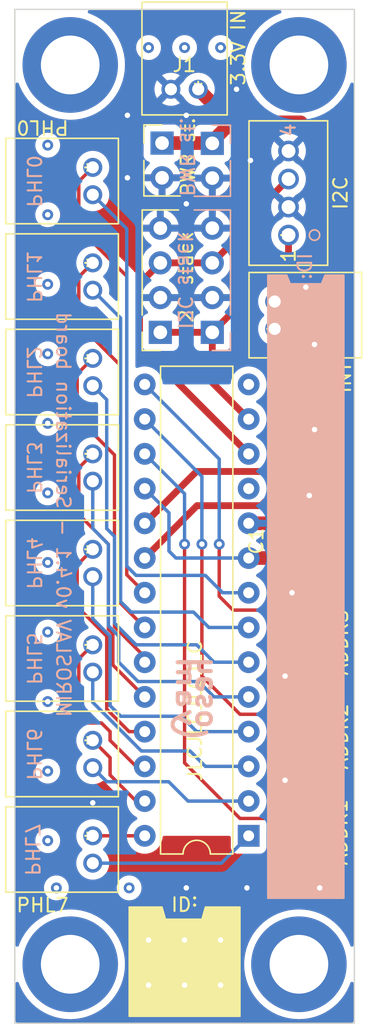
<source format=kicad_pcb>
(kicad_pcb (version 20240108) (generator "pcbnew") (generator_version "8.0")
  (layers (0 "F.Cu" signal) (31 "B.Cu" signal) (34 "B.Paste" user) (35 "F.Paste" user) (36 "B.SilkS" user "B.Silkscreen") (37 "F.SilkS" user "F.Silkscreen") (38 "B.Mask" user) (39 "F.Mask" user) (44 "Edge.Cuts" user))
  (net 0 "")
  (net 1 "GND")
  (net 2 "+3V3")
  (net 3 "/SDA")
  (net 4 "/SCL")
  (net 5 "Net-(J3-Pad1)")
  (net 6 "Net-(J3-Pad2)")
  (net 7 "Net-(U1-Pad14)")
  (net 8 "Net-(U1-Pad11)")
  (net 9 "/A2")
  (net 10 "/A1")
  (net 11 "/A0")
  (net 12 "/PH0")
  (net 13 "/PL0")
  (net 14 "/PH1")
  (net 15 "/PL1")
  (net 16 "/PH2")
  (net 17 "/PL2")
  (net 18 "/PH3")
  (net 19 "/PL3")
  (net 20 "/PH4")
  (net 21 "/PL4")
  (net 22 "/PH5")
  (net 23 "/PL5")
  (net 24 "/PH6")
  (net 25 "/PL6")
  (net 26 "/PH7")
  (net 27 "/PL7")
  (net 28 "Net-(H1-Pad1)")
  (net 29 "Net-(H2-Pad1)")
  (net 30 "Net-(H3-Pad1)")
  (net 31 "Net-(H4-Pad1)")
  (footprint "Capacitor_SMD:C_1206_3216Metric_Pad1.33x1.80mm_HandSolder" (layer "F.Cu") (at 79.248 60.7445 90)
    (property "Reference" "C1" (at 0 -1.85 90) (layer "F.SilkS"))
    (property "Value" "U1 Decoupling")
    (fp_line (start -0.711252 -0.91) (end 0.711252 -0.91) (stroke (width 0.12)) (layer "F.SilkS"))
    (fp_line (start -0.711252 0.91) (end 0.711252 0.91) (stroke (width 0.12)) (layer "F.SilkS"))
    (pad "1" smd roundrect (at -1.5625 0 90) (size 1.325 1.8) (layers "F.Cu" "F.Paste" "F.Mask") (roundrect_rratio 0.1886784906) (net 2 "+3V3"))
    (pad "2" smd roundrect (at 1.5625 0 90) (size 1.325 1.8) (layers "F.Cu" "F.Paste" "F.Mask") (roundrect_rratio 0.1886784906) (net 1 "GND"))
  )
  (footprint "miro-v04:TE_HDI_2_horiz" (layer "F.Cu") (at 73.136 27.686 180)
    (property "Reference" "J1" (at 1.016 1.778 0) (layer "F.SilkS"))
    (property "Value" "3.3V IN" (at -2.937 3.048 90) (layer "F.SilkS"))
    (fp_line (start 4.1242 6.377) (end 4.1242 -1.878) (stroke (width 0.12)) (layer "F.SilkS"))
    (fp_line (start 4.1242 -1.878) (end -2.1242 -1.878) (stroke (width 0.12)) (layer "F.SilkS"))
    (fp_line (start -2.1242 6.377) (end 4.1242 6.377) (stroke (width 0.12)) (layer "F.SilkS"))
    (fp_line (start -2.1242 -1.878) (end -2.1242 6.377) (stroke (width 0.12)) (layer "F.SilkS"))
    (fp_text user "*" (at 0 0 0) (layer "F.SilkS"))
    (pad "1" thru_hole circle (at -0.000001 0 180) (size 1.397 1.397) (drill 0.889) (layers "*.Cu" "*.Mask") (net 2 "+3V3"))
    (pad "2" thru_hole circle (at 2.000001 0 180) (size 1.397 1.397) (drill 0.889) (layers "*.Cu" "*.Mask") (net 1 "GND"))
  )
  (footprint "Connector_PinHeader_2.54mm:PinHeader_1x04_P2.54mm_Vertical" (layer "F.Cu") (at 70.358 45.466 180)
    (property "Reference" "J7" (hide yes))
    (property "Value" "I2C stack")
    (fp_line (start 1.33 1.27) (end 1.33 8.95) (stroke (width 0.12)) (layer "F.SilkS"))
    (fp_line (start 1.33 0) (end 1.33 -1.33) (stroke (width 0.12)) (layer "F.SilkS"))
    (fp_line (start 0 -1.33) (end 1.33 -1.33) (stroke (width 0.12)) (layer "F.SilkS"))
    (fp_line (start -1.33 8.95) (end 1.33 8.95) (stroke (width 0.12)) (layer "F.SilkS"))
    (pad "1" thru_hole rect (at 0 0 180) (size 1.7 1.7) (drill 1) (layers "*.Cu" "*.Mask") (net 3 "/SDA"))
    (pad "2" thru_hole oval (at 0 2.54 180) (size 1.7 1.7) (drill 1) (layers "*.Cu" "*.Mask") (net 1 "GND"))
    (pad "3" thru_hole oval (at 0 5.08 180) (size 1.7 1.7) (drill 1) (layers "*.Cu" "*.Mask") (net 4 "/SCL"))
    (pad "4" thru_hole oval (at 0 7.62 180) (size 1.7 1.7) (drill 1) (layers "*.Cu" "*.Mask") (net 1 "GND"))
  )
  (footprint "miro-v04:TE_HDI_2_horiz" (layer "F.Cu") (at 65.405 33.401 -90)
    (property "Reference" "PHL0" (at -2.921 3.683 180) (layer "F.SilkS"))
    (property "Value" "PIR_IN" (hide yes))
    (fp_line (start -2.1242 6.377) (end 4.1242 6.377) (stroke (width 0.12)) (layer "F.SilkS"))
    (fp_line (start 4.1242 6.377) (end 4.1242 -1.878) (stroke (width 0.12)) (layer "F.SilkS"))
    (fp_line (start -2.1242 -1.878) (end -2.1242 6.377) (stroke (width 0.12)) (layer "F.SilkS"))
    (fp_line (start 4.1242 -1.878) (end -2.1242 -1.878) (stroke (width 0.12)) (layer "F.SilkS"))
    (fp_text user "${REFERENCE}" (at 1.016 4.318 -90) (layer "B.SilkS") (effects (justify mirror)))
    (fp_text user "*" (at 0 0 -90) (layer "F.SilkS"))
    (pad "1" thru_hole circle (at -0.000001 0 270) (size 1.397 1.397) (drill 0.889) (layers "*.Cu" "*.Mask") (net 12 "/PH0"))
    (pad "2" thru_hole circle (at 2.000001 0 270) (size 1.397 1.397) (drill 0.889) (layers "*.Cu" "*.Mask") (net 13 "/PL0"))
  )
  (footprint "miro-v04:TE_HDI_2_horiz" (layer "F.Cu") (at 65.405 40.386001 -90)
    (property "Reference" "PHL1" (at 1.016 4.318 -90) (layer "B.SilkS") (effects (justify mirror)))
    (property "Value" "PIR_IN" (hide yes))
    (fp_line (start -2.1242 6.377) (end 4.1242 6.377) (stroke (width 0.12)) (layer "F.SilkS"))
    (fp_line (start 4.1242 6.377) (end 4.1242 -1.878) (stroke (width 0.12)) (layer "F.SilkS"))
    (fp_line (start -2.1242 -1.878) (end -2.1242 6.377) (stroke (width 0.12)) (layer "F.SilkS"))
    (fp_line (start 4.1242 -1.878) (end -2.1242 -1.878) (stroke (width 0.12)) (layer "F.SilkS"))
    (fp_text user "*" (at 0 0 90) (layer "F.SilkS"))
    (pad "1" thru_hole circle (at -0.000001 0 270) (size 1.397 1.397) (drill 0.889) (layers "*.Cu" "*.Mask") (net 14 "/PH1"))
    (pad "2" thru_hole circle (at 2.000001 0 270) (size 1.397 1.397) (drill 0.889) (layers "*.Cu" "*.Mask") (net 15 "/PL1"))
  )
  (footprint "miro-v04:TE_HDI_2_horiz" (layer "F.Cu") (at 65.405 47.371 -90)
    (property "Reference" "PHL2" (at 1.016 4.318 -90) (layer "B.SilkS") (effects (justify mirror)))
    (property "Value" "PIR_IN" (hide yes))
    (fp_line (start -2.1242 6.377) (end 4.1242 6.377) (stroke (width 0.12)) (layer "F.SilkS"))
    (fp_line (start 4.1242 6.377) (end 4.1242 -1.878) (stroke (width 0.12)) (layer "F.SilkS"))
    (fp_line (start -2.1242 -1.878) (end -2.1242 6.377) (stroke (width 0.12)) (layer "F.SilkS"))
    (fp_line (start 4.1242 -1.878) (end -2.1242 -1.878) (stroke (width 0.12)) (layer "F.SilkS"))
    (fp_text user "*" (at 0 0 90) (layer "F.SilkS"))
    (pad "1" thru_hole circle (at -0.000001 0 270) (size 1.397 1.397) (drill 0.889) (layers "*.Cu" "*.Mask") (net 16 "/PH2"))
    (pad "2" thru_hole circle (at 2.000001 0 270) (size 1.397 1.397) (drill 0.889) (layers "*.Cu" "*.Mask") (net 17 "/PL2"))
  )
  (footprint "miro-v04:TE_HDI_2_horiz" (layer "F.Cu") (at 65.405 54.356 -90)
    (property "Reference" "PHL3" (at 1.016 4.318 -90) (layer "B.SilkS") (effects (justify mirror)))
    (property "Value" "PIR_IN" (hide yes))
    (fp_line (start -2.1242 6.377) (end 4.1242 6.377) (stroke (width 0.12)) (layer "F.SilkS"))
    (fp_line (start 4.1242 6.377) (end 4.1242 -1.878) (stroke (width 0.12)) (layer "F.SilkS"))
    (fp_line (start -2.1242 -1.878) (end -2.1242 6.377) (stroke (width 0.12)) (layer "F.SilkS"))
    (fp_line (start 4.1242 -1.878) (end -2.1242 -1.878) (stroke (width 0.12)) (layer "F.SilkS"))
    (fp_text user "*" (at 0 0 90) (layer "F.SilkS"))
    (pad "1" thru_hole circle (at -0.000001 0 270) (size 1.397 1.397) (drill 0.889) (layers "*.Cu" "*.Mask") (net 18 "/PH3"))
    (pad "2" thru_hole circle (at 2.000001 0 270) (size 1.397 1.397) (drill 0.889) (layers "*.Cu" "*.Mask") (net 19 "/PL3"))
  )
  (footprint "miro-v04:TE_HDI_2_horiz" (layer "F.Cu") (at 65.405 61.341 -90)
    (property "Reference" "PHL4" (at 1.016 4.318 -90) (layer "B.SilkS") (effects (justify mirror)))
    (property "Value" "PIR_IN" (hide yes))
    (fp_line (start -2.1242 6.377) (end 4.1242 6.377) (stroke (width 0.12)) (layer "F.SilkS"))
    (fp_line (start 4.1242 6.377) (end 4.1242 -1.878) (stroke (width 0.12)) (layer "F.SilkS"))
    (fp_line (start -2.1242 -1.878) (end -2.1242 6.377) (stroke (width 0.12)) (layer "F.SilkS"))
    (fp_line (start 4.1242 -1.878) (end -2.1242 -1.878) (stroke (width 0.12)) (layer "F.SilkS"))
    (fp_text user "*" (at 0 0 90) (layer "F.SilkS"))
    (pad "1" thru_hole circle (at -0.000001 0 270) (size 1.397 1.397) (drill 0.889) (layers "*.Cu" "*.Mask") (net 20 "/PH4"))
    (pad "2" thru_hole circle (at 2.000001 0 270) (size 1.397 1.397) (drill 0.889) (layers "*.Cu" "*.Mask") (net 21 "/PL4"))
  )
  (footprint "miro-v04:TE_HDI_2_horiz" (layer "F.Cu") (at 65.405 68.326 -90)
    (property "Reference" "PHL5" (at 1.016 4.318 -90) (layer "B.SilkS") (effects (justify mirror)))
    (property "Value" "PIR_IN" (hide yes))
    (fp_line (start -2.1242 6.377) (end 4.1242 6.377) (stroke (width 0.12)) (layer "F.SilkS"))
    (fp_line (start 4.1242 6.377) (end 4.1242 -1.878) (stroke (width 0.12)) (layer "F.SilkS"))
    (fp_line (start -2.1242 -1.878) (end -2.1242 6.377) (stroke (width 0.12)) (layer "F.SilkS"))
    (fp_line (start 4.1242 -1.878) (end -2.1242 -1.878) (stroke (width 0.12)) (layer "F.SilkS"))
    (fp_text user "*" (at 0 0 90) (layer "F.SilkS"))
    (pad "1" thru_hole circle (at -0.000001 0 270) (size 1.397 1.397) (drill 0.889) (layers "*.Cu" "*.Mask") (net 22 "/PH5"))
    (pad "2" thru_hole circle (at 2.000001 0 270) (size 1.397 1.397) (drill 0.889) (layers "*.Cu" "*.Mask") (net 23 "/PL5"))
  )
  (footprint "miro-v04:TE_HDI_2_horiz" (layer "F.Cu") (at 65.405 75.311 -90)
    (property "Reference" "PHL6" (at 1.016 4.318 -90) (layer "B.SilkS") (effects (justify mirror)))
    (property "Value" "PIR_IN" (hide yes))
    (fp_line (start -2.1242 6.377) (end 4.1242 6.377) (stroke (width 0.12)) (layer "F.SilkS"))
    (fp_line (start 4.1242 6.377) (end 4.1242 -1.878) (stroke (width 0.12)) (layer "F.SilkS"))
    (fp_line (start -2.1242 -1.878) (end -2.1242 6.377) (stroke (width 0.12)) (layer "F.SilkS"))
    (fp_line (start 4.1242 -1.878) (end -2.1242 -1.878) (stroke (width 0.12)) (layer "F.SilkS"))
    (fp_text user "*" (at 0 0 90) (layer "F.SilkS"))
    (pad "1" thru_hole circle (at -0.000001 0 270) (size 1.397 1.397) (drill 0.889) (layers "*.Cu" "*.Mask") (net 24 "/PH6"))
    (pad "2" thru_hole circle (at 2.000001 0 270) (size 1.397 1.397) (drill 0.889) (layers "*.Cu" "*.Mask") (net 25 "/PL6"))
  )
  (footprint "miro-v04:TE_HDI_2_horiz" (layer "F.Cu") (at 65.405 82.296 -90)
    (property "Reference" "PHL7" (at 5.08 3.683 180) (layer "F.SilkS"))
    (property "Value" "PIR_IN" (hide yes))
    (fp_line (start -2.1242 6.377) (end 4.1242 6.377) (stroke (width 0.12)) (layer "F.SilkS"))
    (fp_line (start 4.1242 6.377) (end 4.1242 -1.878) (stroke (width 0.12)) (layer "F.SilkS"))
    (fp_line (start -2.1242 -1.878) (end -2.1242 6.377) (stroke (width 0.12)) (layer "F.SilkS"))
    (fp_line (start 4.1242 -1.878) (end -2.1242 -1.878) (stroke (width 0.12)) (layer "F.SilkS"))
    (fp_text user "${REFERENCE}" (at 1.016 4.445 -90) (layer "B.SilkS") (effects (justify mirror)))
    (fp_text user "*" (at 0 0 -90) (layer "F.SilkS"))
    (pad "1" thru_hole circle (at -0.000001 0 270) (size 1.397 1.397) (drill 0.889) (layers "*.Cu" "*.Mask") (net 26 "/PH7"))
    (pad "2" thru_hole circle (at 2.000001 0 270) (size 1.397 1.397) (drill 0.889) (layers "*.Cu" "*.Mask") (net 27 "/PL7"))
  )
  (footprint "Package_DIP:DIP-28_W7.62mm" (layer "F.Cu") (at 76.835 82.296 180)
    (property "Reference" "U1" (hide yes))
    (property "Value" "MCP_X")
    (fp_line (start 6.46 34.35) (end 6.46 -1.33) (stroke (width 0.12)) (layer "F.SilkS"))
    (fp_line (start 6.46 -1.33) (end 4.81 -1.33) (stroke (width 0.12)) (layer "F.SilkS"))
    (fp_line (start 2.81 -1.33) (end 1.16 -1.33) (stroke (width 0.12)) (layer "F.SilkS"))
    (fp_line (start 1.16 34.35) (end 6.46 34.35) (stroke (width 0.12)) (layer "F.SilkS"))
    (fp_line (start 1.16 -1.33) (end 1.16 34.35) (stroke (width 0.12)) (layer "F.SilkS"))
    (fp_arc (start 4.81 -1.33) (mid 3.81 -0.33) (end 2.81 -1.33) (stroke (width 0.12)) (layer "F.SilkS"))
    (pad "1" thru_hole rect (at 0 0 180) (size 1.6 1.6) (drill 0.8) (layers "*.Cu" "*.Mask") (net 27 "/PL7"))
    (pad "2" thru_hole oval (at 0 2.54 180) (size 1.6 1.6) (drill 0.8) (layers "*.Cu" "*.Mask") (net 25 "/PL6"))
    (pad "3" thru_hole oval (at 0 5.08 180) (size 1.6 1.6) (drill 0.8) (layers "*.Cu" "*.Mask") (net 23 "/PL5"))
    (pad "4" thru_hole oval (at 0 7.62 180) (size 1.6 1.6) (drill 0.8) (layers "*.Cu" "*.Mask") (net 21 "/PL4"))
    (pad "5" thru_hole oval (at 0 10.16 180) (size 1.6 1.6) (drill 0.8) (layers "*.Cu" "*.Mask") (net 19 "/PL3"))
    (pad "6" thru_hole oval (at 0 12.7 180) (size 1.6 1.6) (drill 0.8) (layers "*.Cu" "*.Mask") (net 17 "/PL2"))
    (pad "7" thru_hole oval (at 0 15.24 180) (size 1.6 1.6) (drill 0.8) (layers "*.Cu" "*.Mask") (net 15 "/PL1"))
    (pad "8" thru_hole oval (at 0 17.78 180) (size 1.6 1.6) (drill 0.8) (layers "*.Cu" "*.Mask") (net 13 "/PL0"))
    (pad "9" thru_hole oval (at 0 20.32 180) (size 1.6 1.6) (drill 0.8) (layers "*.Cu" "*.Mask") (net 2 "+3V3"))
    (pad "10" thru_hole oval (at 0 22.86 180) (size 1.6 1.6) (drill 0.8) (layers "*.Cu" "*.Mask") (net 1 "GND"))
    (pad "11" thru_hole oval (at 0 25.4 180) (size 1.6 1.6) (drill 0.8) (layers "*.Cu" "*.Mask") (net 8 "Net-(U1-Pad11)"))
    (pad "12" thru_hole oval (at 0 27.94 180) (size 1.6 1.6) (drill 0.8) (layers "*.Cu" "*.Mask") (net 4 "/SCL"))
    (pad "13" thru_hole oval (at 0 30.48 180) (size 1.6 1.6) (drill 0.8) (layers "*.Cu" "*.Mask") (net 3 "/SDA"))
    (pad "14" thru_hole oval (at 0 33.02 180) (size 1.6 1.6) (drill 0.8) (layers "*.Cu" "*.Mask") (net 7 "Net-(U1-Pad14)"))
    (pad "15" thru_hole oval (at 7.62 33.02 180) (size 1.6 1.6) (drill 0.8) (layers "*.Cu" "*.Mask") (net 11 "/A0"))
    (pad "16" thru_hole oval (at 7.62 30.48 180) (size 1.6 1.6) (drill 0.8) (layers "*.Cu" "*.Mask") (net 10 "/A1"))
    (pad "17" thru_hole oval (at 7.62 27.94 180) (size 1.6 1.6) (drill 0.8) (layers "*.Cu" "*.Mask") (net 9 "/A2"))
    (pad "18" thru_hole oval (at 7.62 25.4 180) (size 1.6 1.6) (drill 0.8) (layers "*.Cu" "*.Mask") (net 2 "+3V3"))
    (pad "19" thru_hole oval (at 7.62 22.86 180) (size 1.6 1.6) (drill 0.8) (layers "*.Cu" "*.Mask") (net 5 "Net-(J3-Pad1)"))
    (pad "20" thru_hole oval (at 7.62 20.32 180) (size 1.6 1.6) (drill 0.8) (layers "*.Cu" "*.Mask") (net 6 "Net-(J3-Pad2)"))
    (pad "21" thru_hole oval (at 7.62 17.78 180) (size 1.6 1.6) (drill 0.8) (layers "*.Cu" "*.Mask") (net 12 "/PH0"))
    (pad "22" thru_hole oval (at 7.62 15.24 180) (size 1.6 1.6) (drill 0.8) (layers "*.Cu" "*.Mask") (net 14 "/PH1"))
    (pad "23" thru_hole oval (at 7.62 12.7 180) (size 1.6 1.6) (drill 0.8) (layers "*.Cu" "*.Mask") (net 16 "/PH2"))
    (pad "24" thru_hole oval (at 7.62 10.16 180) (size 1.6 1.6) (drill 0.8) (layers "*.Cu" "*.Mask") (net 18 "/PH3"))
    (pad "25" thru_hole oval (at 7.62 7.62 180) (size 1.6 1.6) (drill 0.8) (layers "*.Cu" "*.Mask") (net 20 "/PH4"))
    (pad "26" thru_hole oval (at 7.62 5.08 180) (size 1.6 1.6) (drill 0.8) (layers "*.Cu" "*.Mask") (net 22 "/PH5"))
    (pad "27" thru_hole oval (at 7.62 2.54 180) (size 1.6 1.6) (drill 0.8) (layers "*.Cu" "*.Mask") (net 24 "/PH6"))
    (pad "28" thru_hole oval (at 7.62 0 180) (size 1.6 1.6) (drill 0.8) (layers "*.Cu" "*.Mask") (net 26 "/PH7"))
  )
  (footprint "miro-v04:TE_HDI_2_horiz" (layer "F.Cu") (at 78.74 45.211999 90)
    (property "Reference" "J3" (hide yes))
    (property "Value" "INT" (at -3.556001 5.08 90) (layer "F.SilkS"))
    (fp_line (start 4.1242 -1.878) (end -2.1242 -1.878) (stroke (width 0.12)) (layer "F.SilkS"))
    (fp_line (start -2.1242 -1.878) (end -2.1242 6.377) (stroke (width 0.12)) (layer "F.SilkS"))
    (fp_line (start 4.1242 6.377) (end 4.1242 -1.878) (stroke (width 0.12)) (layer "F.SilkS"))
    (fp_line (start -2.1242 6.377) (end 4.1242 6.377) (stroke (width 0.12)) (layer "F.SilkS"))
    (fp_text user "*" (at 0 0 90) (layer "F.SilkS"))
    (pad "1" thru_hole circle (at -0.000001 0 90) (size 1.397 1.397) (drill 0.889) (layers "*.Cu" "*.Mask") (net 5 "Net-(J3-Pad1)"))
    (pad "2" thru_hole circle (at 2.000001 0 90) (size 1.397 1.397) (drill 0.889) (layers "*.Cu" "*.Mask") (net 6 "Net-(J3-Pad2)"))
  )
  (footprint "miro-v04:TE_HDI_4_vert" (layer "F.Cu") (at 79.756 38.354 90)
    (property "Reference" "J2" (hide yes))
    (property "Value" "I2C" (at 3.075 3.81 90) (layer "F.SilkS"))
    (fp_circle (center 0 1.905) (end 0.381 1.905) (stroke (width 0.12)) (fill none) (layer "B.SilkS"))
    (fp_line (start 8.3582 -2.8956) (end -2.2082 -2.8956) (stroke (width 0.12)) (layer "F.SilkS"))
    (fp_line (start -2.2082 -2.8956) (end -2.2082 2.8702) (stroke (width 0.12)) (layer "F.SilkS"))
    (fp_line (start 8.3582 2.8702) (end 8.3582 -2.8956) (stroke (width 0.12)) (layer "F.SilkS"))
    (fp_line (start -2.2082 2.8702) (end 8.3582 2.8702) (stroke (width 0.12)) (layer "F.SilkS"))
    (fp_circle (center 0 1.905) (end 0.381 1.905) (stroke (width 0.12)) (fill none) (layer "F.SilkS"))
    (fp_text user "4" (at 7.673999 0 90) (layer "B.SilkS"))
    (fp_text user "4" (at 7.673999 0 90) (layer "B.SilkS"))
    (fp_text user "1" (at -1.524 0 90) (layer "F.SilkS"))
    (fp_text user "1" (at -1.524 0 90) (layer "F.SilkS"))
    (fp_text user "4" (at 7.673999 0 90) (layer "F.SilkS"))
    (fp_text user "4" (at 7.673999 0 90) (layer "F.SilkS"))
    (fp_text user "*" (at 0 0 90) (layer "F.SilkS"))
    (pad "1" thru_hole circle (at 0 0 90) (size 1.524 1.524) (drill 1.016) (layers "*.Cu" "*.Mask") (net 3 "/SDA"))
    (pad "2" thru_hole circle (at 2.050001 0 90) (size 1.524 1.524) (drill 1.016) (layers "*.Cu" "*.Mask") (net 1 "GND"))
    (pad "3" thru_hole circle (at 4.099999 0 90) (size 1.524 1.524) (drill 1.016) (layers "*.Cu" "*.Mask") (net 4 "/SCL"))
    (pad "4" thru_hole circle (at 6.15 0 90) (size 1.524 1.524) (drill 1.016) (layers "*.Cu" "*.Mask") (net 1 "GND"))
  )
  (footprint "MountingHole:MountingHole_4.3mm_M4_ISO14580_Pad" (layer "F.Cu") (at 63.754 25.908)
    (property "Reference" "H1" (hide yes))
    (property "Value" "MountingHole")
    (pad "1" thru_hole circle (at 0 0) (size 7 7) (drill 4.3) (layers "*.Cu" "*.Mask") (net 28 "Net-(H1-Pad1)"))
  )
  (footprint "MountingHole:MountingHole_4.3mm_M4_ISO14580_Pad" (layer "F.Cu") (at 63.754 91.694 180)
    (property "Reference" "H2" (hide yes))
    (property "Value" "MountingHole")
    (pad "1" thru_hole circle (at 0 0 180) (size 7 7) (drill 4.3) (layers "*.Cu" "*.Mask") (net 29 "Net-(H2-Pad1)"))
  )
  (footprint "MountingHole:MountingHole_4.3mm_M4_ISO14580_Pad" (layer "F.Cu") (at 80.518 91.694 180)
    (property "Reference" "H3" (hide yes))
    (property "Value" "MountingHole")
    (pad "1" thru_hole circle (at 0 0 180) (size 7 7) (drill 4.3) (layers "*.Cu" "*.Mask") (net 30 "Net-(H3-Pad1)"))
  )
  (footprint "MountingHole:MountingHole_4.3mm_M4_ISO14580_Pad" (layer "F.Cu") (at 80.518 25.908)
    (property "Reference" "H4" (hide yes))
    (property "Value" "MountingHole")
    (pad "1" thru_hole circle (at 0 0) (size 7 7) (drill 4.3) (layers "*.Cu" "*.Mask") (net 31 "Net-(H4-Pad1)"))
  )
  (footprint "Jumper:SolderJumper-3_P1.3mm_Open_Pad1.0x1.5mm_NumberLabels" (layer "F.Cu") (at 81.534 82.042 90)
    (property "Reference" "ADDR1" (at 0 2.032 90) (layer "F.SilkS"))
    (property "Value" "ADDR")
    (fp_line (start 2.05 -1) (end 2.05 1) (stroke (width 0.12)) (layer "F.SilkS"))
    (fp_line (start -2.05 -1) (end 2.05 -1) (stroke (width 0.12)) (layer "F.SilkS"))
    (fp_line (start 2.05 1) (end -2.05 1) (stroke (width 0.12)) (layer "F.SilkS"))
    (fp_line (start -2.05 1) (end -2.05 -1) (stroke (width 0.12)) (layer "F.SilkS"))
    (fp_text user "0" (at 2.6 0 90) (layer "F.SilkS"))
    (fp_text user "1" (at -2.6 0 90) (layer "F.SilkS"))
    (pad "1" smd rect (at -1.3 0 90) (size 1 1.5) (layers "F.Cu" "F.Mask") (net 2 "+3V3"))
    (pad "2" smd rect (at 0 0 90) (size 1 1.5) (layers "F.Cu" "F.Mask") (net 9 "/A2"))
    (pad "3" smd rect (at 1.3 0 90) (size 1 1.5) (layers "F.Cu" "F.Mask") (net 1 "GND"))
  )
  (footprint "Jumper:SolderJumper-3_P1.3mm_Open_Pad1.0x1.5mm_NumberLabels" (layer "F.Cu") (at 81.534 75.042 90)
    (property "Reference" "ADDR2" (at 0.006 2.072 90) (layer "F.SilkS"))
    (property "Value" "ADDR")
    (fp_line (start 2.05 -1) (end 2.05 1) (stroke (width 0.12)) (layer "F.SilkS"))
    (fp_line (start -2.05 -1) (end 2.05 -1) (stroke (width 0.12)) (layer "F.SilkS"))
    (fp_line (start 2.05 1) (end -2.05 1) (stroke (width 0.12)) (layer "F.SilkS"))
    (fp_line (start -2.05 1) (end -2.05 -1) (stroke (width 0.12)) (layer "F.SilkS"))
    (fp_text user "0" (at 2.6 0 90) (layer "F.SilkS"))
    (fp_text user "1" (at -2.6 0 90) (layer "F.SilkS"))
    (pad "1" smd rect (at -1.3 0 90) (size 1 1.5) (layers "F.Cu" "F.Mask") (net 2 "+3V3"))
    (pad "2" smd rect (at 0 0 90) (size 1 1.5) (layers "F.Cu" "F.Mask") (net 10 "/A1"))
    (pad "3" smd rect (at 1.3 0 90) (size 1 1.5) (layers "F.Cu" "F.Mask") (net 1 "GND"))
  )
  (footprint "Jumper:SolderJumper-3_P1.3mm_Open_Pad1.0x1.5mm_NumberLabels" (layer "F.Cu") (at 81.534 68.042 90)
    (property "Reference" "ADDR3" (at -0.104 2.072 90) (layer "F.SilkS"))
    (property "Value" "ADDR")
    (fp_line (start 2.05 -1) (end 2.05 1) (stroke (width 0.12)) (layer "F.SilkS"))
    (fp_line (start -2.05 -1) (end 2.05 -1) (stroke (width 0.12)) (layer "F.SilkS"))
    (fp_line (start 2.05 1) (end -2.05 1) (stroke (width 0.12)) (layer "F.SilkS"))
    (fp_line (start -2.05 1) (end -2.05 -1) (stroke (width 0.12)) (layer "F.SilkS"))
    (fp_text user "1" (at -2.6 0 90) (layer "F.SilkS"))
    (fp_text user "0" (at 2.6 0 90) (layer "F.SilkS"))
    (pad "1" smd rect (at -1.3 0 90) (size 1 1.5) (layers "F.Cu" "F.Mask") (net 2 "+3V3"))
    (pad "2" smd rect (at 0 0 90) (size 1 1.5) (layers "F.Cu" "F.Mask") (net 11 "/A0"))
    (pad "3" smd rect (at 1.3 0 90) (size 1 1.5) (layers "F.Cu" "F.Mask") (net 1 "GND"))
  )
  (footprint "Connector_PinHeader_2.54mm:PinHeader_1x02_P2.54mm_Vertical" (layer "F.Cu") (at 70.485 31.623)
    (property "Reference" "PWR st." (at 1.905 1.016 90) (layer "F.SilkS"))
    (property "Value" "3.3V stack")
    (fp_line (start -1.33 -1.33) (end 0 -1.33) (stroke (width 0.12)) (layer "F.SilkS"))
    (fp_line (start -1.33 0) (end -1.33 -1.33) (stroke (width 0.12)) (layer "F.SilkS"))
    (fp_line (start -1.33 1.27) (end -1.33 3.87) (stroke (width 0.12)) (layer "F.SilkS"))
    (fp_line (start -1.33 3.87) (end 1.33 3.87) (stroke (width 0.12)) (layer "F.SilkS"))
    (pad "1" thru_hole rect (at 0 0) (size 1.7 1.7) (drill 1) (layers "*.Cu" "*.Mask") (net 2 "+3V3"))
    (pad "2" thru_hole oval (at 0 2.54) (size 1.7 1.7) (drill 1) (layers "*.Cu" "*.Mask") (net 1 "GND"))
  )
  (footprint "Connector_PinSocket_2.54mm:PinSocket_1x02_P2.54mm_Vertical" (layer "B.Cu") (at 74.168 31.643 180)
    (property "Reference" "J6" (hide yes))
    (property "Value" "3.3V stack")
    (fp_line (start 1.33 -3.87) (end -1.33 -3.87) (stroke (width 0.12)) (layer "B.SilkS"))
    (fp_line (start 0 1.33) (end -1.33 1.33) (stroke (width 0.12)) (layer "B.SilkS"))
    (fp_line (start -1.33 0) (end -1.33 1.33) (stroke (width 0.12)) (layer "B.SilkS"))
    (fp_line (start -1.33 -3.87) (end -1.33 -1.27) (stroke (width 0.12)) (layer "B.SilkS"))
    (pad "1" thru_hole rect (at 0 0 180) (size 1.7 1.7) (drill 1) (layers "*.Cu" "*.Mask") (net 2 "+3V3"))
    (pad "2" thru_hole oval (at 0 -2.54 180) (size 1.7 1.7) (drill 1) (layers "*.Cu" "*.Mask") (net 1 "GND"))
  )
  (footprint "Connector_PinSocket_2.54mm:PinSocket_1x04_P2.54mm_Vertical" (layer "B.Cu") (at 74.168 45.466)
    (property "Reference" "I2C stack" (at -1.918 -3.81 -90) (layer "F.SilkS"))
    (property "Value" "I2C stack")
    (fp_line (start 0 1.33) (end 1.33 1.33) (stroke (width 0.12)) (layer "B.SilkS"))
    (fp_line (start 1.33 -8.95) (end -1.33 -8.95) (stroke (width 0.12)) (layer "B.SilkS"))
    (fp_line (start 1.33 -8.95) (end 1.33 -1.27) (stroke (width 0.12)) (layer "B.SilkS"))
    (fp_line (start 1.33 0) (end 1.33 1.33) (stroke (width 0.12)) (layer "B.SilkS"))
    (pad "1" thru_hole rect (at 0 0) (size 1.7 1.7) (drill 1) (layers "*.Cu" "*.Mask") (net 3 "/SDA"))
    (pad "2" thru_hole oval (at 0 -2.54) (size 1.7 1.7) (drill 1) (layers "*.Cu" "*.Mask") (net 1 "GND"))
    (pad "3" thru_hole oval (at 0 -5.08) (size 1.7 1.7) (drill 1) (layers "*.Cu" "*.Mask") (net 4 "/SCL"))
    (pad "4" thru_hole oval (at 0 -7.62) (size 1.7 1.7) (drill 1) (layers "*.Cu" "*.Mask") (net 1 "GND"))
  )
  (gr_arc (start 73.732183 74.728668) (mid 72.649684 74.926767) (end 71.5899 74.63028) (stroke (width 0.3)) (layer "B.SilkS"))
  (gr_arc (start 71.553292 74.607955) (mid 71.26078 74.111544) (end 71.625901 73.665816) (stroke (width 0.3)) (layer "B.SilkS"))
  (gr_line (start 74.01306 69.596) (end 71.628 69.596) (stroke (width 0.3)) (layer "B.SilkS"))
  (gr_poly (pts (xy 83.82 86.868) (xy 78.232 86.868) (xy 78.232 41.275) (xy 79.629 41.275) (xy 79.883 41.91) (xy 82.169 41.91) (xy 82.423 41.275) (xy 83.82 41.275)) (stroke (width 0.1)) (fill solid) (layer "B.SilkS"))
  (gr_poly (pts (xy 76.199999 95.504) (xy 68.071999 95.504) (xy 68.071999 87.503) (xy 70.484999 87.503) (xy 70.738999 88.392) (xy 73.405999 88.392) (xy 73.659999 87.503) (xy 76.199999 87.503)) (stroke (width 0.1)) (fill solid) (layer "F.SilkS"))
  (gr_line (start 59.69 96.012) (end 59.69 21.844) (stroke (width 0.1)) (layer "Edge.Cuts"))
  (gr_line (start 84.582 21.844) (end 84.582 96.012) (stroke (width 0.1)) (layer "Edge.Cuts"))
  (gr_line (start 84.582 96.012) (end 59.69 96.012) (stroke (width 0.1)) (layer "Edge.Cuts"))
  (gr_line (start 59.69 21.844) (end 84.582 21.844) (stroke (width 0.1)) (layer "Edge.Cuts"))
  (gr_text "ID:" (at 80.9585 40.64 90) (layer "B.SilkS") (effects (font (size 1 1)) (justify mirror)))
  (gr_text "eso" (at 73.38822 72.48398 90) (layer "B.SilkS") (effects (font (size 1.5 1.5) (thickness 0.3)) (justify mirror)))
  (gr_text "h" (at 73.47458 69.91858 90) (layer "B.SilkS") (effects (font (size 1.3 1.5) (thickness 0.3)) (justify mirror)))
  (gr_text "vam" (at 72.22236 71.7423 270) (layer "B.SilkS") (effects (font (size 1.3 1.7) (thickness 0.3)) (justify mirror)))
  (gr_text "PWR st." (at 72.3 32.64 -90) (layer "B.SilkS") (effects (font (size 1 1)) (justify mirror)))
  (gr_text "MIROSLAV v0.4.1 - Serialization board" (at 63.246 58.801 270) (layer "B.SilkS") (effects (font (size 1 1)) (justify mirror)))
  (gr_text "I2C stack" (at 72.16 41.66 -90) (layer "B.SilkS") (effects (font (size 1 1)) (justify mirror)))
  (gr_text "ID:" (at 72.136 87.249 180) (layer "F.SilkS") (effects (font (size 1 1)) (justify mirror)))
  (gr_text "JLCJLCJLCJLC" (at 72.898 73.152 90) (layer "F.SilkS") (effects (font (size 1 1))))
  (via (at 62.738 86.106) (size 0.8) (drill 0.4) (layers "F.Cu" "B.Cu") (net 0))
  (via (at 68.072 86.106) (size 0.8) (drill 0.4) (layers "F.Cu" "B.Cu") (net 0))
  (via (at 69.494999 24.638) (size 0.8) (drill 0.4) (layers "F.Cu" "B.Cu") (net 0))
  (via (at 74.776999 24.638) (size 0.8) (drill 0.4) (layers "F.Cu" "B.Cu") (net 0))
  (via (at 72.135999 24.638) (size 0.8) (drill 0.4) (layers "F.Cu" "B.Cu") (net 0))
  (via (at 62.103 62.301001) (size 0.8) (drill 0.4) (layers "F.Cu" "B.Cu") (net 0))
  (via (at 62.103 67.388501) (size 0.8) (drill 0.4) (layers "F.Cu" "B.Cu") (net 0))
  (via (at 62.103 72.476001) (size 0.8) (drill 0.4) (layers "F.Cu" "B.Cu") (net 0))
  (via (at 72.135999 89.916) (size 0.8) (drill 0.4) (layers "F.Cu" "B.Cu") (net 0))
  (via (at 69.494999 89.916) (size 0.8) (drill 0.4) (layers "F.Cu" "B.Cu") (net 0))
  (via (at 74.776999 89.916) (size 0.8) (drill 0.4) (layers "F.Cu" "B.Cu") (net 0))
  (via (at 62.103 31.776001) (size 0.8) (drill 0.4) (layers "F.Cu" "B.Cu") (net 0))
  (via (at 62.103 52.126001) (size 0.8) (drill 0.4) (layers "F.Cu" "B.Cu") (net 0))
  (via (at 62.103 57.213501) (size 0.8) (drill 0.4) (layers "F.Cu" "B.Cu") (net 0))
  (via (at 62.103 77.563501) (size 0.8) (drill 0.4) (layers "F.Cu" "B.Cu") (net 0))
  (via (at 62.103 36.863501) (size 0.8) (drill 0.4) (layers "F.Cu" "B.Cu") (net 0))
  (via (at 62.103 41.951001) (size 0.8) (drill 0.4) (layers "F.Cu" "B.Cu") (net 0))
  (via (at 62.103 82.651001) (size 0.8) (drill 0.4) (layers "F.Cu" "B.Cu") (net 0))
  (via (at 62.103 47.038501) (size 0.8) (drill 0.4) (layers "F.Cu" "B.Cu") (net 0))
  (segment (start 76.835 59.436) (end 78.994 59.436) (width 1) (layer "F.Cu") (net 1))
  (segment (start 78.994 59.436) (end 79.248 59.182) (width 1) (layer "F.Cu") (net 1))
  (via (at 72.263 86.106) (size 0.8) (drill 0.4) (layers "F.Cu" "B.Cu") (net 1))
  (via (at 76.708 86.106) (size 0.8) (drill 0.4) (layers "F.Cu" "B.Cu") (net 1))
  (via (at 82.042 86.106) (size 0.8) (drill 0.4) (layers "F.Cu" "B.Cu") (net 1))
  (via (at 74.776999 93.218) (size 0.8) (drill 0.4) (layers "F.Cu" "B.Cu") (net 1))
  (via (at 72.135999 93.218) (size 0.8) (drill 0.4) (layers "F.Cu" "B.Cu") (net 1))
  (via (at 69.494999 93.218) (size 0.8) (drill 0.4) (layers "F.Cu" "B.Cu") (net 1))
  (via (at 80.01 64.516) (size 0.8) (drill 0.4) (layers "F.Cu" "B.Cu") (net 1))
  (via (at 76.962 32.893) (size 0.8) (drill 0.4) (layers "F.Cu" "B.Cu") (net 1))
  (via (at 79.502 78.232) (size 0.8) (drill 0.4) (layers "F.Cu" "B.Cu") (net 1))
  (via (at 65.405 79.883) (size 0.8) (drill 0.4) (layers "F.Cu" "B.Cu") (net 1))
  (via (at 75.946 27.686) (size 0.8) (drill 0.4) (layers "F.Cu" "B.Cu") (net 1))
  (via (at 67.945 34.163) (size 0.8) (drill 0.4) (layers "F.Cu" "B.Cu") (net 1))
  (via (at 72.263 29.591) (size 0.8) (drill 0.4) (layers "F.Cu" "B.Cu") (net 1))
  (via (at 81.026 42.164) (size 0.8) (drill 0.4) (layers "F.Cu" "B.Cu") (net 1))
  (via (at 81.661 52.578) (size 0.8) (drill 0.4) (layers "F.Cu" "B.Cu") (net 1))
  (via (at 81.28 57.404) (size 0.8) (drill 0.4) (layers "F.Cu" "B.Cu") (net 1))
  (via (at 81.661 46.355) (size 0.8) (drill 0.4) (layers "F.Cu" "B.Cu") (net 1))
  (via (at 67.945 29.591) (size 0.8) (drill 0.4) (layers "F.Cu" "B.Cu") (net 1))
  (via (at 79.502 70.612) (size 0.8) (drill 0.4) (layers "F.Cu" "B.Cu") (net 1))
  (via (at 72.263 36.068) (size 0.8) (drill 0.4) (layers "F.Cu" "B.Cu") (net 1))
  (segment (start 83.312 75.774002) (end 83.312 76.909998) (width 1) (layer "F.Cu") (net 2))
  (segment (start 82.774 83.342) (end 83.312 82.804) (width 1) (layer "F.Cu") (net 2))
  (segment (start 83.058 69.342) (end 83.312 69.088) (width 1) (layer "F.Cu") (net 2))
  (segment (start 81.534 69.342) (end 83.058 69.342) (width 1) (layer "F.Cu") (net 2))
  (segment (start 83.312 76.909998) (end 82.744002 76.342) (width 1) (layer "F.Cu") (net 2))
  (segment (start 81.534 69.342) (end 82.744002 69.342) (width 1) (layer "F.Cu") (net 2))
  (segment (start 82.744002 76.342) (end 83.312 75.774002) (width 1) (layer "F.Cu") (net 2))
  (segment (start 83.312 62.992) (end 83.312 68.58) (width 1) (layer "F.Cu") (net 2))
  (segment (start 83.312 69.909998) (end 83.312 75.774002) (width 1) (layer "F.Cu") (net 2))
  (segment (start 83.312 69.088) (end 83.312 68.58) (width 1) (layer "F.Cu") (net 2))
  (segment (start 82.744002 69.342) (end 83.312 68.774002) (width 1) (layer "F.Cu") (net 2))
  (segment (start 83.312 68.774002) (end 83.312 68.58) (width 1) (layer "F.Cu") (net 2))
  (segment (start 80.772 62.307) (end 82.727 62.307) (width 1) (layer "F.Cu") (net 2))
  (segment (start 81.534 76.342) (end 82.744002 76.342) (width 1) (layer "F.Cu") (net 2))
  (segment (start 82.744002 69.342) (end 83.312 69.909998) (width 1) (layer "F.Cu") (net 2))
  (segment (start 83.312 69.909998) (end 83.312 69.088) (width 1) (layer "F.Cu") (net 2))
  (segment (start 81.534 83.342) (end 82.774 83.342) (width 1) (layer "F.Cu") (net 2))
  (segment (start 83.312 82.804) (end 83.312 76.909998) (width 1) (layer "F.Cu") (net 2))
  (segment (start 82.727 62.307) (end 83.312 61.722) (width 1) (layer "F.Cu") (net 2))
  (segment (start 83.312 32.766) (end 80.654001 30.108001) (width 1) (layer "F.Cu") (net 2))
  (segment (start 70.485 31.623) (end 74.043003 31.623) (width 1) (layer "F.Cu") (net 2))
  (segment (start 80.654001 30.108001) (end 75.558002 30.108001) (width 1) (layer "F.Cu") (net 2))
  (segment (start 76.835 61.976) (end 78.917 61.976) (width 1) (layer "F.Cu") (net 2))
  (segment (start 78.917 61.976) (end 79.248 62.307) (width 1) (layer "F.Cu") (net 2))
  (segment (start 75.558002 30.108001) (end 73.136001 27.686) (width 1) (layer "F.Cu") (net 2))
  (segment (start 83.312 62.992) (end 83.312 62.892) (width 1) (layer "F.Cu") (net 2))
  (segment (start 83.312 62.892) (end 82.727 62.307) (width 1) (layer "F.Cu") (net 2))
  (segment (start 83.312 61.722) (end 83.312 62.992) (width 1) (layer "F.Cu") (net 2))
  (segment (start 80.772 62.307) (end 79.248 62.307) (width 1) (layer "F.Cu") (net 2))
  (segment (start 74.043003 31.623) (end 75.558002 30.108001) (width 1) (layer "F.Cu") (net 2))
  (segment (start 83.312 61.722) (end 83.312 32.766) (width 1) (layer "F.Cu") (net 2))
  (segment (start 70.993 58.674) (end 70.993 61.468) (width 0.25) (layer "B.Cu") (net 2))
  (segment (start 70.993 61.468) (end 71.501 61.976) (width 0.25) (layer "B.Cu") (net 2))
  (segment (start 69.215 56.896) (end 70.993 58.674) (width 0.25) (layer "B.Cu") (net 2))
  (segment (start 71.501 61.976) (end 76.835 61.976) (width 0.25) (layer "B.Cu") (net 2))
  (segment (start 70.358 45.466) (end 74.168 45.466) (width 0.5) (layer "F.Cu") (net 3))
  (segment (start 74.168 45.466) (end 79.756 39.878) (width 0.5) (layer "F.Cu") (net 3))
  (segment (start 79.756 39.878) (end 79.756 38.354) (width 0.5) (layer "F.Cu") (net 3))
  (segment (start 76.835 51.816) (end 74.168 49.149) (width 0.5) (layer "F.Cu") (net 3))
  (segment (start 74.168 49.149) (end 74.168 45.466) (width 0.5) (layer "F.Cu") (net 3))
  (segment (start 68.834 47.498) (end 68.834 41.91) (width 0.5) (layer "F.Cu") (net 4))
  (segment (start 70.358 40.386) (end 74.168 40.386) (width 0.5) (layer "F.Cu") (net 4))
  (segment (start 76.962 37.592) (end 76.962 37.048001) (width 0.5) (layer "F.Cu") (net 4))
  (segment (start 74.168 40.386) (end 76.962 37.592) (width 0.5) (layer "F.Cu") (net 4))
  (segment (start 76.835 54.356) (end 69.977 47.498) (width 0.5) (layer "F.Cu") (net 4))
  (segment (start 76.962 37.048001) (end 79.756 34.254001) (width 0.5) (layer "F.Cu") (net 4))
  (segment (start 68.834 41.91) (end 70.358 40.386) (width 0.5) (layer "F.Cu") (net 4))
  (segment (start 69.977 47.498) (end 68.834 47.498) (width 0.5) (layer "F.Cu") (net 4))
  (segment (start 73.005001 55.645999) (end 78.466001 55.645999) (width 0.5) (layer "F.Cu") (net 5))
  (segment (start 69.215 59.436) (end 73.005001 55.645999) (width 0.5) (layer "F.Cu") (net 5))
  (segment (start 78.74 55.372) (end 78.74 45.212) (width 0.5) (layer "F.Cu") (net 5))
  (segment (start 78.466001 55.645999) (end 78.74 55.372) (width 0.5) (layer "F.Cu") (net 5))
  (segment (start 77.743999 58.146001) (end 80.264 55.626) (width 0.5) (layer "F.Cu") (net 6))
  (segment (start 73.044999 58.146001) (end 77.743999 58.146001) (width 0.5) (layer "F.Cu") (net 6))
  (segment (start 80.264 44.735998) (end 78.74 43.211998) (width 0.5) (layer "F.Cu") (net 6))
  (segment (start 69.215 61.976) (end 73.044999 58.146001) (width 0.5) (layer "F.Cu") (net 6))
  (segment (start 80.264 55.626) (end 80.264 44.735998) (width 0.5) (layer "F.Cu") (net 6))
  (segment (start 79.518 81.026) (end 76.2 81.026) (width 0.25) (layer "F.Cu") (net 9))
  (segment (start 80.534 82.042) (end 79.518 81.026) (width 0.25) (layer "F.Cu") (net 9))
  (segment (start 76.2 81.026) (end 72.136 76.962) (width 0.25) (layer "F.Cu") (net 9))
  (segment (start 72.136 76.962) (end 72.136 60.96) (width 0.25) (layer "F.Cu") (net 9))
  (segment (start 81.534 82.042) (end 80.534 82.042) (width 0.25) (layer "F.Cu") (net 9))
  (via (at 72.136 60.96) (size 0.8) (drill 0.4) (layers "F.Cu" "B.Cu") (net 9))
  (segment (start 72.136 60.96) (end 72.136 60.96) (width 0.25) (layer "B.Cu") (net 9))
  (segment (start 69.215 54.356) (end 72.136 57.277) (width 0.25) (layer "B.Cu") (net 9))
  (segment (start 72.136 57.277) (end 72.136 60.96) (width 0.25) (layer "B.Cu") (net 9))
  (segment (start 80.534 75.042) (end 81.534 75.042) (width 0.25) (layer "F.Cu") (net 10))
  (segment (start 73.406 60.96) (end 73.406 70.612) (width 0.25) (layer "F.Cu") (net 10))
  (segment (start 76.2 73.406) (end 78.898 73.406) (width 0.25) (layer "F.Cu") (net 10))
  (segment (start 73.406 70.612) (end 76.2 73.406) (width 0.25) (layer "F.Cu") (net 10))
  (segment (start 78.898 73.406) (end 80.534 75.042) (width 0.25) (layer "F.Cu") (net 10))
  (via (at 73.406 60.96) (size 0.8) (drill 0.4) (layers "F.Cu" "B.Cu") (net 10))
  (segment (start 73.406 60.96) (end 73.406 60.96) (width 0.25) (layer "B.Cu") (net 10))
  (segment (start 69.215 51.816) (end 73.406 56.007) (width 0.25) (layer "B.Cu") (net 10))
  (segment (start 73.406 56.007) (end 73.406 60.96) (width 0.25) (layer "B.Cu") (net 10))
  (segment (start 75.692 65.786) (end 78.278 65.786) (width 0.25) (layer "F.Cu") (net 11))
  (segment (start 74.676 64.77) (end 75.692 65.786) (width 0.25) (layer "F.Cu") (net 11))
  (segment (start 78.278 65.786) (end 80.534 68.042) (width 0.25) (layer "F.Cu") (net 11))
  (segment (start 80.534 68.042) (end 81.534 68.042) (width 0.25) (layer "F.Cu") (net 11))
  (segment (start 74.676 60.96) (end 74.676 64.77) (width 0.25) (layer "F.Cu") (net 11))
  (via (at 74.676 60.96) (size 0.8) (drill 0.4) (layers "F.Cu" "B.Cu") (net 11))
  (segment (start 74.676 60.96) (end 74.676 60.96) (width 0.25) (layer "B.Cu") (net 11))
  (segment (start 74.676 54.737) (end 74.676 60.96) (width 0.25) (layer "B.Cu") (net 11))
  (segment (start 69.215 49.276) (end 74.676 54.737) (width 0.25) (layer "B.Cu") (net 11))
  (segment (start 65.405 33.400999) (end 64.381499 34.4245) (width 0.25) (layer "F.Cu") (net 12))
  (segment (start 67.89803 41.364248) (end 67.89803 63.19903) (width 0.25) (layer "F.Cu") (net 12))
  (segment (start 67.89803 63.19903) (end 69.215 64.516) (width 0.25) (layer "F.Cu") (net 12))
  (segment (start 64.381499 37.847717) (end 67.89803 41.364248) (width 0.25) (layer "F.Cu") (net 12))
  (segment (start 64.381499 34.4245) (end 64.381499 37.847717) (width 0.25) (layer "F.Cu") (net 12))
  (segment (start 67.89803 37.894031) (end 67.89803 62.56403) (width 0.25) (layer "B.Cu") (net 13))
  (segment (start 74.93 64.516) (end 76.835 64.516) (width 0.25) (layer "B.Cu") (net 13))
  (segment (start 65.405 35.401001) (end 67.89803 37.894031) (width 0.25) (layer "B.Cu") (net 13))
  (segment (start 67.89803 62.56403) (end 68.58 63.246) (width 0.25) (layer "B.Cu") (net 13))
  (segment (start 68.58 63.246) (end 73.66 63.246) (width 0.25) (layer "B.Cu") (net 13))
  (segment (start 73.66 63.246) (end 74.93 64.516) (width 0.25) (layer "B.Cu") (net 13))
  (segment (start 67.44802 47.899237) (end 67.44802 65.28902) (width 0.25) (layer "F.Cu") (net 14))
  (segment (start 65.405 40.386) (end 64.381499 41.409501) (width 0.25) (layer "F.Cu") (net 14))
  (segment (start 64.381499 44.832716) (end 67.44802 47.899237) (width 0.25) (layer "F.Cu") (net 14))
  (segment (start 67.44802 65.28902) (end 69.215 67.056) (width 0.25) (layer "F.Cu") (net 14))
  (segment (start 64.381499 41.409501) (end 64.381499 44.832716) (width 0.25) (layer "F.Cu") (net 14))
  (segment (start 67.44802 44.429022) (end 67.44802 65.16202) (width 0.25) (layer "B.Cu") (net 15))
  (segment (start 68.216999 65.930999) (end 72.788999 65.930999) (width 0.25) (layer "B.Cu") (net 15))
  (segment (start 67.44802 65.16202) (end 68.216999 65.930999) (width 0.25) (layer "B.Cu") (net 15))
  (segment (start 73.914 67.056) (end 76.835 67.056) (width 0.25) (layer "B.Cu") (net 15))
  (segment (start 65.405 42.386002) (end 67.44802 44.429022) (width 0.25) (layer "B.Cu") (net 15))
  (segment (start 72.788999 65.930999) (end 73.914 67.056) (width 0.25) (layer "B.Cu") (net 15))
  (segment (start 64.262 51.698217) (end 66.99801 54.434227) (width 0.25) (layer "F.Cu") (net 16))
  (segment (start 65.405 47.370999) (end 64.262 48.513999) (width 0.25) (layer "F.Cu") (net 16))
  (segment (start 64.262 48.513999) (end 64.262 51.698217) (width 0.25) (layer "F.Cu") (net 16))
  (segment (start 66.99801 54.434227) (end 66.99801 66.99519) (width 0.25) (layer "F.Cu") (net 16))
  (segment (start 66.99801 66.99519) (end 69.215 69.21218) (width 0.25) (layer "F.Cu") (net 16))
  (segment (start 69.215 69.21218) (end 69.215 69.596) (width 0.25) (layer "F.Cu") (net 16))
  (segment (start 73.025 68.326) (end 68.58 68.326) (width 0.25) (layer "B.Cu") (net 17))
  (segment (start 76.835 69.596) (end 74.295 69.596) (width 0.25) (layer "B.Cu") (net 17))
  (segment (start 68.58 68.326) (end 67.76001 67.50601) (width 0.25) (layer "B.Cu") (net 17))
  (segment (start 66.428501 50.394502) (end 65.405 49.371001) (width 0.25) (layer "B.Cu") (net 17))
  (segment (start 66.99801 66.74119) (end 66.99801 60.39401) (width 0.25) (layer "B.Cu") (net 17))
  (segment (start 66.428501 59.824501) (end 66.428501 50.394502) (width 0.25) (layer "B.Cu") (net 17))
  (segment (start 74.295 69.596) (end 73.025 68.326) (width 0.25) (layer "B.Cu") (net 17))
  (segment (start 67.76001 67.50601) (end 67.760009 67.503189) (width 0.25) (layer "B.Cu") (net 17))
  (segment (start 67.760009 67.503189) (end 66.99801 66.74119) (width 0.25) (layer "B.Cu") (net 17))
  (segment (start 66.99801 60.39401) (end 66.428501 59.824501) (width 0.25) (layer "B.Cu") (net 17))
  (segment (start 64.381499 55.3795) (end 64.381499 58.793499) (width 0.25) (layer "F.Cu") (net 18))
  (segment (start 66.878511 67.512101) (end 66.878511 69.799511) (width 0.25) (layer "F.Cu") (net 18))
  (segment (start 66.878511 69.799511) (end 69.215 72.136) (width 0.25) (layer "F.Cu") (net 18))
  (segment (start 66.548 60.96) (end 66.548 67.18159) (width 0.25) (layer "F.Cu") (net 18))
  (segment (start 64.381499 58.793499) (end 66.548 60.96) (width 0.25) (layer "F.Cu") (net 18))
  (segment (start 66.548 67.18159) (end 66.878511 67.512101) (width 0.25) (layer "F.Cu") (net 18))
  (segment (start 65.405 54.355999) (end 64.381499 55.3795) (width 0.25) (layer "F.Cu") (net 18))
  (segment (start 65.405 59.436) (end 65.405 56.356001) (width 0.25) (layer "B.Cu") (net 19))
  (segment (start 66.548 60.969217) (end 65.896281 60.317498) (width 0.25) (layer "B.Cu") (net 19))
  (segment (start 73.169999 71.010999) (end 68.724999 71.010999) (width 0.25) (layer "B.Cu") (net 19))
  (segment (start 76.835 72.136) (end 74.295 72.136) (width 0.25) (layer "B.Cu") (net 19))
  (segment (start 65.405 59.817) (end 65.405 59.436) (width 0.25) (layer "B.Cu") (net 19))
  (segment (start 74.295 72.136) (end 73.169999 71.010999) (width 0.25) (layer "B.Cu") (net 19))
  (segment (start 65.896281 60.308281) (end 65.405 59.817) (width 0.25) (layer "B.Cu") (net 19))
  (segment (start 67.31 69.596) (end 67.31 67.68959) (width 0.25) (layer "B.Cu") (net 19))
  (segment (start 68.724999 71.010999) (end 67.31 69.596) (width 0.25) (layer "B.Cu") (net 19))
  (segment (start 67.31 67.68959) (end 66.548 66.92759) (width 0.25) (layer "B.Cu") (net 19))
  (segment (start 65.896281 60.317498) (end 65.896281 60.308281) (width 0.25) (layer "B.Cu") (net 19))
  (segment (start 66.548 66.92759) (end 66.548 60.969217) (width 0.25) (layer "B.Cu") (net 19))
  (segment (start 64.262 62.483999) (end 64.262 65.532) (width 0.25) (layer "F.Cu") (net 20))
  (segment (start 68.072 74.676) (end 69.215 74.676) (width 0.25) (layer "F.Cu") (net 20))
  (segment (start 65.405 61.340999) (end 64.262 62.483999) (width 0.25) (layer "F.Cu") (net 20))
  (segment (start 66.428501 67.698501) (end 66.428501 73.032501) (width 0.25) (layer "F.Cu") (net 20))
  (segment (start 66.428501 73.032501) (end 68.072 74.676) (width 0.25) (layer "F.Cu") (net 20))
  (segment (start 64.262 65.532) (end 66.428501 67.698501) (width 0.25) (layer "F.Cu") (net 20))
  (segment (start 66.675 72.771) (end 67.454999 73.550999) (width 0.25) (layer "B.Cu") (net 21))
  (segment (start 65.405 66.421) (end 66.675 67.691) (width 0.25) (layer "B.Cu") (net 21))
  (segment (start 65.405 63.341001) (end 65.405 66.421) (width 0.25) (layer "B.Cu") (net 21))
  (segment (start 66.675 67.691) (end 66.675 72.771) (width 0.25) (layer "B.Cu") (net 21))
  (segment (start 67.454999 73.550999) (end 71.899999 73.550999) (width 0.25) (layer "B.Cu") (net 21))
  (segment (start 73.025 74.676) (end 76.835 74.676) (width 0.25) (layer "B.Cu") (net 21))
  (segment (start 71.899999 73.550999) (end 73.025 74.676) (width 0.25) (layer "B.Cu") (net 21))
  (segment (start 66.675 74.676) (end 66.675 75.311) (width 0.25) (layer "F.Cu") (net 22))
  (segment (start 65.405 68.325999) (end 64.381499 69.3495) (width 0.25) (layer "F.Cu") (net 22))
  (segment (start 66.04 74.041) (end 66.675 74.676) (width 0.25) (layer "F.Cu") (net 22))
  (segment (start 64.77 74.041) (end 66.04 74.041) (width 0.25) (layer "F.Cu") (net 22))
  (segment (start 66.675 75.311) (end 69.215 77.851) (width 0.25) (layer "F.Cu") (net 22))
  (segment (start 64.381499 73.652499) (end 64.77 74.041) (width 0.25) (layer "F.Cu") (net 22))
  (segment (start 64.381499 69.3495) (end 64.381499 73.652499) (width 0.25) (layer "F.Cu") (net 22))
  (segment (start 65.405 70.326001) (end 65.405 72.531002) (width 0.25) (layer "B.Cu") (net 23))
  (segment (start 73.66 77.216) (end 76.835 77.216) (width 0.25) (layer "B.Cu") (net 23))
  (segment (start 68.964997 76.090999) (end 72.534999 76.090999) (width 0.25) (layer "B.Cu") (net 23))
  (segment (start 72.534999 76.090999) (end 73.66 77.216) (width 0.25) (layer "B.Cu") (net 23))
  (segment (start 65.405 72.531002) (end 68.964997 76.090999) (width 0.25) (layer "B.Cu") (net 23))
  (segment (start 66.675 77.851) (end 69.215 80.391) (width 0.25) (layer "F.Cu") (net 24))
  (segment (start 65.405 75.310999) (end 66.675 76.580999) (width 0.25) (layer "F.Cu") (net 24))
  (segment (start 66.675 76.580999) (end 66.675 77.851) (width 0.25) (layer "F.Cu") (net 24))
  (segment (start 65.405 77.311001) (end 66.435 78.341001) (width 0.25) (layer "B.Cu") (net 25))
  (segment (start 70.975001 78.341001) (end 72.39 79.756) (width 0.25) (layer "B.Cu") (net 25))
  (segment (start 72.39 79.756) (end 76.835 79.756) (width 0.25) (layer "B.Cu") (net 25))
  (segment (start 66.435 78.341001) (end 70.975001 78.341001) (width 0.25) (layer "B.Cu") (net 25))
  (segment (start 68.579999 82.295999) (end 69.215 82.931) (width 0.25) (layer "F.Cu") (net 26))
  (segment (start 65.405 82.295999) (end 68.579999 82.295999) (width 0.25) (layer "F.Cu") (net 26))
  (segment (start 74.834999 84.296001) (end 76.835 82.296) (width 0.25) (layer "B.Cu") (net 27))
  (segment (start 65.405 84.296001) (end 74.834999 84.296001) (width 0.25) (layer "B.Cu") (net 27))
  (zone (net 1) (net_name "GND") (layer "F.Cu") (connect_pads (clearance 0.508)) (min_thickness 0.254) (fill yes (thermal_gap 0.508) (thermal_bridge_width 0.508))
    (polygon (pts (xy 84.582 96.012) (xy 59.69 96.012) (xy 59.69 21.844) (xy 84.582 21.844)))
  )
  (zone (net 0) (net_name "") (layers "F&B.Cu") (connect_pads (clearance 0)) (min_thickness 0.254)
    (keepout (tracks allowed) (vias allowed) (pads allowed) (copperpour not_allowed) (footprints allowed))
    (fill (thermal_gap 0.508) (thermal_bridge_width 0.508))
    (polygon (pts (xy 76.708 82.296) (xy 69.342 82.296) (xy 69.342 49.276) (xy 76.708 49.276)))
  )
  (zone (net 1) (net_name "GND") (layer "B.Cu") (connect_pads (clearance 0.508)) (min_thickness 0.254) (fill yes (thermal_gap 0.508) (thermal_bridge_width 0.508))
    (polygon (pts (xy 84.582 96.012) (xy 59.69 96.012) (xy 59.69 21.844) (xy 84.582 21.844)))
  )
)
</source>
